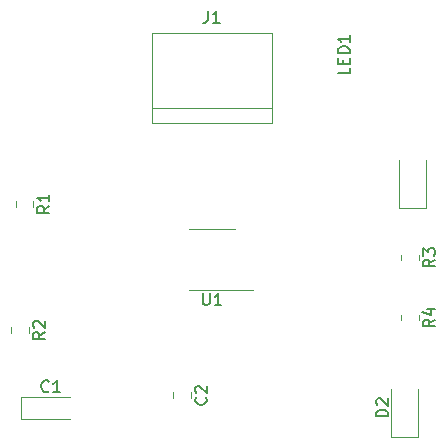
<source format=gbr>
%TF.GenerationSoftware,KiCad,Pcbnew,(6.0.10)*%
%TF.CreationDate,2023-02-17T09:14:47-08:00*%
%TF.ProjectId,555 Timer,35353520-5469-46d6-9572-2e6b69636164,rev?*%
%TF.SameCoordinates,Original*%
%TF.FileFunction,Legend,Top*%
%TF.FilePolarity,Positive*%
%FSLAX46Y46*%
G04 Gerber Fmt 4.6, Leading zero omitted, Abs format (unit mm)*
G04 Created by KiCad (PCBNEW (6.0.10)) date 2023-02-17 09:14:47*
%MOMM*%
%LPD*%
G01*
G04 APERTURE LIST*
%ADD10C,0.150000*%
%ADD11C,0.120000*%
G04 APERTURE END LIST*
D10*
%TO.C,C1*%
X136053333Y-107827142D02*
X136005714Y-107874761D01*
X135862857Y-107922380D01*
X135767619Y-107922380D01*
X135624761Y-107874761D01*
X135529523Y-107779523D01*
X135481904Y-107684285D01*
X135434285Y-107493809D01*
X135434285Y-107350952D01*
X135481904Y-107160476D01*
X135529523Y-107065238D01*
X135624761Y-106970000D01*
X135767619Y-106922380D01*
X135862857Y-106922380D01*
X136005714Y-106970000D01*
X136053333Y-107017619D01*
X137005714Y-107922380D02*
X136434285Y-107922380D01*
X136720000Y-107922380D02*
X136720000Y-106922380D01*
X136624761Y-107065238D01*
X136529523Y-107160476D01*
X136434285Y-107208095D01*
%TO.C,J1*%
X149526666Y-75652380D02*
X149526666Y-76366666D01*
X149479047Y-76509523D01*
X149383809Y-76604761D01*
X149240952Y-76652380D01*
X149145714Y-76652380D01*
X150526666Y-76652380D02*
X149955238Y-76652380D01*
X150240952Y-76652380D02*
X150240952Y-75652380D01*
X150145714Y-75795238D01*
X150050476Y-75890476D01*
X149955238Y-75938095D01*
%TO.C,R4*%
X168742380Y-101766666D02*
X168266190Y-102100000D01*
X168742380Y-102338095D02*
X167742380Y-102338095D01*
X167742380Y-101957142D01*
X167790000Y-101861904D01*
X167837619Y-101814285D01*
X167932857Y-101766666D01*
X168075714Y-101766666D01*
X168170952Y-101814285D01*
X168218571Y-101861904D01*
X168266190Y-101957142D01*
X168266190Y-102338095D01*
X168075714Y-100909523D02*
X168742380Y-100909523D01*
X167694761Y-101147619D02*
X168409047Y-101385714D01*
X168409047Y-100766666D01*
%TO.C,R3*%
X168742380Y-96686666D02*
X168266190Y-97020000D01*
X168742380Y-97258095D02*
X167742380Y-97258095D01*
X167742380Y-96877142D01*
X167790000Y-96781904D01*
X167837619Y-96734285D01*
X167932857Y-96686666D01*
X168075714Y-96686666D01*
X168170952Y-96734285D01*
X168218571Y-96781904D01*
X168266190Y-96877142D01*
X168266190Y-97258095D01*
X167742380Y-96353333D02*
X167742380Y-95734285D01*
X168123333Y-96067619D01*
X168123333Y-95924761D01*
X168170952Y-95829523D01*
X168218571Y-95781904D01*
X168313809Y-95734285D01*
X168551904Y-95734285D01*
X168647142Y-95781904D01*
X168694761Y-95829523D01*
X168742380Y-95924761D01*
X168742380Y-96210476D01*
X168694761Y-96305714D01*
X168647142Y-96353333D01*
%TO.C,D2*%
X164784880Y-109958095D02*
X163784880Y-109958095D01*
X163784880Y-109720000D01*
X163832500Y-109577142D01*
X163927738Y-109481904D01*
X164022976Y-109434285D01*
X164213452Y-109386666D01*
X164356309Y-109386666D01*
X164546785Y-109434285D01*
X164642023Y-109481904D01*
X164737261Y-109577142D01*
X164784880Y-109720000D01*
X164784880Y-109958095D01*
X163880119Y-109005714D02*
X163832500Y-108958095D01*
X163784880Y-108862857D01*
X163784880Y-108624761D01*
X163832500Y-108529523D01*
X163880119Y-108481904D01*
X163975357Y-108434285D01*
X164070595Y-108434285D01*
X164213452Y-108481904D01*
X164784880Y-109053333D01*
X164784880Y-108434285D01*
%TO.C,LED1*%
X161522380Y-80454047D02*
X161522380Y-80930238D01*
X160522380Y-80930238D01*
X160998571Y-80120714D02*
X160998571Y-79787380D01*
X161522380Y-79644523D02*
X161522380Y-80120714D01*
X160522380Y-80120714D01*
X160522380Y-79644523D01*
X161522380Y-79215952D02*
X160522380Y-79215952D01*
X160522380Y-78977857D01*
X160570000Y-78835000D01*
X160665238Y-78739761D01*
X160760476Y-78692142D01*
X160950952Y-78644523D01*
X161093809Y-78644523D01*
X161284285Y-78692142D01*
X161379523Y-78739761D01*
X161474761Y-78835000D01*
X161522380Y-78977857D01*
X161522380Y-79215952D01*
X161522380Y-77692142D02*
X161522380Y-78263571D01*
X161522380Y-77977857D02*
X160522380Y-77977857D01*
X160665238Y-78073095D01*
X160760476Y-78168333D01*
X160808095Y-78263571D01*
%TO.C,U1*%
X149098095Y-99539880D02*
X149098095Y-100349404D01*
X149145714Y-100444642D01*
X149193333Y-100492261D01*
X149288571Y-100539880D01*
X149479047Y-100539880D01*
X149574285Y-100492261D01*
X149621904Y-100444642D01*
X149669523Y-100349404D01*
X149669523Y-99539880D01*
X150669523Y-100539880D02*
X150098095Y-100539880D01*
X150383809Y-100539880D02*
X150383809Y-99539880D01*
X150288571Y-99682738D01*
X150193333Y-99777976D01*
X150098095Y-99825595D01*
%TO.C,R1*%
X136097380Y-92146666D02*
X135621190Y-92480000D01*
X136097380Y-92718095D02*
X135097380Y-92718095D01*
X135097380Y-92337142D01*
X135145000Y-92241904D01*
X135192619Y-92194285D01*
X135287857Y-92146666D01*
X135430714Y-92146666D01*
X135525952Y-92194285D01*
X135573571Y-92241904D01*
X135621190Y-92337142D01*
X135621190Y-92718095D01*
X136097380Y-91194285D02*
X136097380Y-91765714D01*
X136097380Y-91480000D02*
X135097380Y-91480000D01*
X135240238Y-91575238D01*
X135335476Y-91670476D01*
X135383095Y-91765714D01*
%TO.C,C2*%
X149357142Y-108349166D02*
X149404761Y-108396785D01*
X149452380Y-108539642D01*
X149452380Y-108634880D01*
X149404761Y-108777738D01*
X149309523Y-108872976D01*
X149214285Y-108920595D01*
X149023809Y-108968214D01*
X148880952Y-108968214D01*
X148690476Y-108920595D01*
X148595238Y-108872976D01*
X148500000Y-108777738D01*
X148452380Y-108634880D01*
X148452380Y-108539642D01*
X148500000Y-108396785D01*
X148547619Y-108349166D01*
X148547619Y-107968214D02*
X148500000Y-107920595D01*
X148452380Y-107825357D01*
X148452380Y-107587261D01*
X148500000Y-107492023D01*
X148547619Y-107444404D01*
X148642857Y-107396785D01*
X148738095Y-107396785D01*
X148880952Y-107444404D01*
X149452380Y-108015833D01*
X149452380Y-107396785D01*
%TO.C,R2*%
X135722380Y-102831666D02*
X135246190Y-103165000D01*
X135722380Y-103403095D02*
X134722380Y-103403095D01*
X134722380Y-103022142D01*
X134770000Y-102926904D01*
X134817619Y-102879285D01*
X134912857Y-102831666D01*
X135055714Y-102831666D01*
X135150952Y-102879285D01*
X135198571Y-102926904D01*
X135246190Y-103022142D01*
X135246190Y-103403095D01*
X134817619Y-102450714D02*
X134770000Y-102403095D01*
X134722380Y-102307857D01*
X134722380Y-102069761D01*
X134770000Y-101974523D01*
X134817619Y-101926904D01*
X134912857Y-101879285D01*
X135008095Y-101879285D01*
X135150952Y-101926904D01*
X135722380Y-102498333D01*
X135722380Y-101879285D01*
D11*
%TO.C,C1*%
X133735000Y-110155000D02*
X137820000Y-110155000D01*
X133735000Y-108285000D02*
X133735000Y-110155000D01*
X137820000Y-108285000D02*
X133735000Y-108285000D01*
%TO.C,J1*%
X144780000Y-85090000D02*
X154940000Y-85090000D01*
X154940000Y-77470000D02*
X144780000Y-77470000D01*
X154940000Y-85090000D02*
X154940000Y-77470000D01*
X144780000Y-77470000D02*
X144780000Y-85090000D01*
X154940000Y-83820000D02*
X144780000Y-83820000D01*
%TO.C,R4*%
X165905000Y-101372936D02*
X165905000Y-101827064D01*
X167375000Y-101372936D02*
X167375000Y-101827064D01*
%TO.C,R3*%
X165905000Y-96292936D02*
X165905000Y-96747064D01*
X167375000Y-96292936D02*
X167375000Y-96747064D01*
%TO.C,D2*%
X167287500Y-111680000D02*
X167287500Y-107620000D01*
X165017500Y-107620000D02*
X165017500Y-111680000D01*
X165017500Y-111680000D02*
X167287500Y-111680000D01*
%TO.C,LED1*%
X165705000Y-88240000D02*
X165705000Y-92300000D01*
X165705000Y-92300000D02*
X167975000Y-92300000D01*
X167975000Y-92300000D02*
X167975000Y-88240000D01*
%TO.C,U1*%
X149860000Y-94127500D02*
X147910000Y-94127500D01*
X149860000Y-99247500D02*
X153310000Y-99247500D01*
X149860000Y-99247500D02*
X147910000Y-99247500D01*
X149860000Y-94127500D02*
X151810000Y-94127500D01*
%TO.C,R1*%
X133260000Y-91752936D02*
X133260000Y-92207064D01*
X134730000Y-91752936D02*
X134730000Y-92207064D01*
%TO.C,C2*%
X146585000Y-107921248D02*
X146585000Y-108443752D01*
X148055000Y-107921248D02*
X148055000Y-108443752D01*
%TO.C,R2*%
X134355000Y-102437936D02*
X134355000Y-102892064D01*
X132885000Y-102437936D02*
X132885000Y-102892064D01*
%TD*%
M02*

</source>
